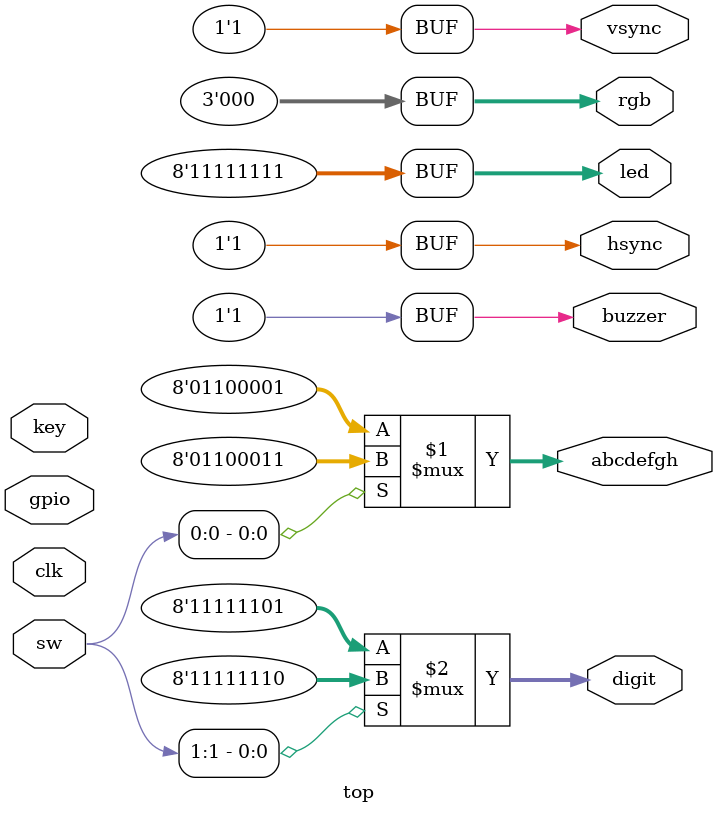
<source format=v>
`include "config.vh"

module top
(
    input        clk,
    input  [ 3:0] key,
    input  [ 3:0] sw,
    output [ 7:0] led,

    output [ 7:0] abcdefgh,
    output [ 7:0] digit,

    output        vsync,
    output        hsync,
    output [ 2:0] rgb,

    output        buzzer,
    inout  [15:0] gpio
);

    assign led    = 8'hff;
    assign buzzer = 1'b1;
    assign hsync  = 1'b1;
    assign vsync  = 1'b1;
    assign rgb    = 3'b0;

    //   --a--
    //  |     |
    //  f     b
    //  |     |
    //   --g--
    //  |     |
    //  e     c
    //  |     |
    //   --d--  h
    //
    //  0 means light

    parameter [7:0] C = 8'b01100011,
                    E = 8'b01100001,
                    h = 8'b11010001,
                    I = 8'b11110011,
                    P = 8'b00110001;

    assign abcdefgh = sw [0] ? C : E;
    assign digit    = sw [1] ? 8'b11111110 : 8'b11111101;

    // Exercise 1: Display the first letters
    // of your first name and last name instead.

    // assign abcdefgh = ...
    // assign digit    = ...

    // Exercise 2: Display letters of a 4-character word
    // using this code to display letter of ChIP as an example

    /*

    reg [7:0] letter;
    
    always @*
      case (sw)
      4'b0111: letter = C;
      4'b1011: letter = h;
      4'b1101: letter = I;
      4'b1110: letter = P;
      default: letter = E;
      endcase
      
    assign abcdefgh = letter;
    assign digit    = (sw == 4'b1111) ? 4'b0000 : sw;
    */

endmodule

</source>
